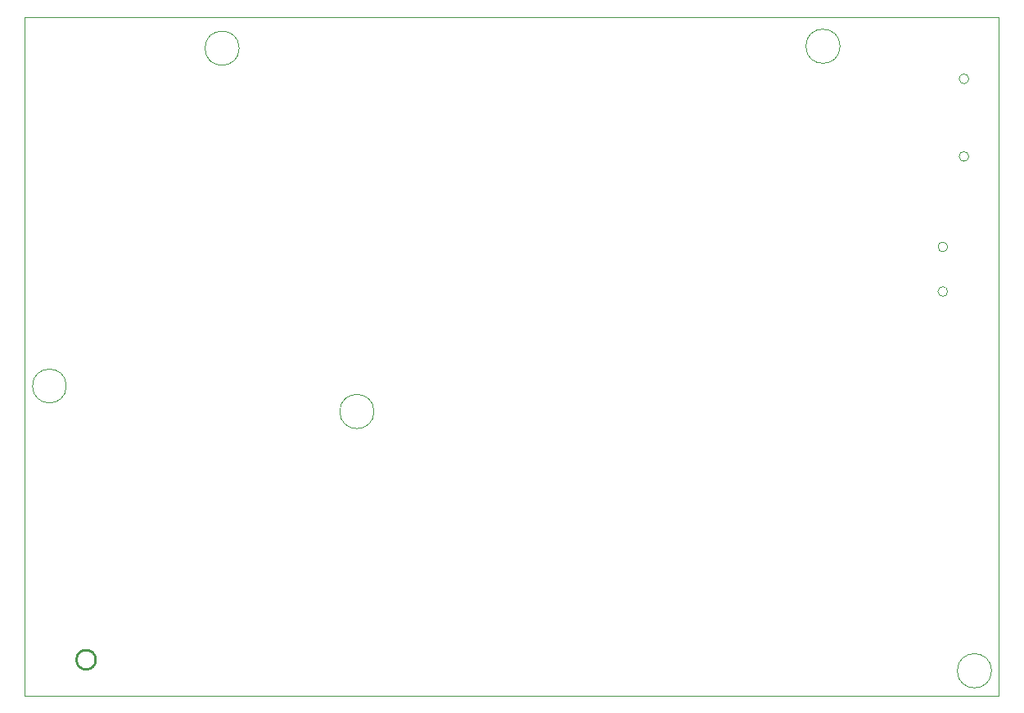
<source format=gbr>
G04 Layer_Color=16711935*
%FSLAX26Y26*%
%MOIN*%
%TF.FileFunction,Keep-out,Top*%
%TF.Part,Single*%
G01*
G75*
%TA.AperFunction,NonConductor*%
%ADD10C,0.010000*%
%ADD354C,0.003937*%
D10*
X-3677866Y145764D02*
G03*
X-3677866Y145764I-39370J0D01*
G01*
D354*
X-2544850Y1157945D02*
G03*
X-2544850Y1157945I-69685J0D01*
G01*
X-646850Y2646945D02*
G03*
X-646850Y2646945I-69685J0D01*
G01*
X-29850Y100945D02*
G03*
X-29850Y100945I-69685J0D01*
G01*
X-3093850Y2638945D02*
G03*
X-3093850Y2638945I-69685J0D01*
G01*
X-3797638Y1261945D02*
G03*
X-3797638Y1261945I-68898J0D01*
G01*
X-122567Y2197843D02*
G03*
X-122567Y2197843I-19685J0D01*
G01*
Y2513843D02*
G03*
X-122567Y2513843I-19685J0D01*
G01*
X-208567Y1828842D02*
G03*
X-208567Y1828842I-19685J0D01*
G01*
Y1646842D02*
G03*
X-208567Y1646842I-19685J0D01*
G01*
X-3966543Y0D02*
X-29535D01*
Y2765748D02*
X0D01*
Y9842D02*
Y2764843D01*
X-3966543Y2765748D02*
X-29535D01*
X-3966543Y9842D02*
Y2765748D01*
X-29535Y0D02*
X-6535D01*
X-3966543D02*
Y9842D01*
X0Y0D02*
Y9842D01*
X-6535Y0D02*
X0D01*
%TF.MD5,0f0a5f947b2f18eb4ccf115af24e96c2*%
M02*

</source>
